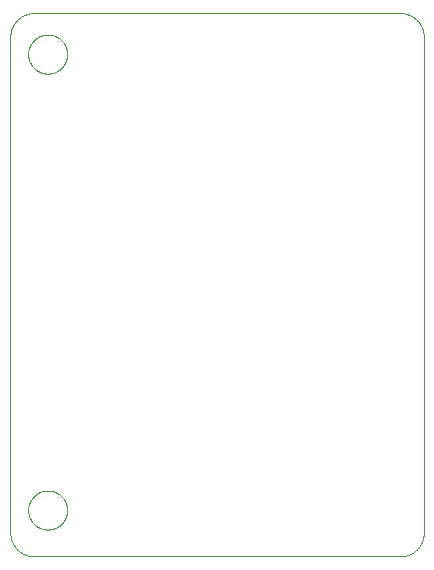
<source format=gbp>
G75*
%MOIN*%
%OFA0B0*%
%FSLAX25Y25*%
%IPPOS*%
%LPD*%
%AMOC8*
5,1,8,0,0,1.08239X$1,22.5*
%
%ADD10C,0.00000*%
D10*
X0001500Y0009374D02*
X0001500Y0174728D01*
X0001502Y0174918D01*
X0001509Y0175108D01*
X0001521Y0175298D01*
X0001537Y0175488D01*
X0001557Y0175677D01*
X0001583Y0175866D01*
X0001612Y0176054D01*
X0001647Y0176241D01*
X0001686Y0176427D01*
X0001729Y0176612D01*
X0001777Y0176797D01*
X0001829Y0176980D01*
X0001885Y0177161D01*
X0001946Y0177341D01*
X0002012Y0177520D01*
X0002081Y0177697D01*
X0002155Y0177873D01*
X0002233Y0178046D01*
X0002316Y0178218D01*
X0002402Y0178387D01*
X0002492Y0178555D01*
X0002587Y0178720D01*
X0002685Y0178883D01*
X0002788Y0179043D01*
X0002894Y0179201D01*
X0003004Y0179356D01*
X0003117Y0179509D01*
X0003235Y0179659D01*
X0003356Y0179805D01*
X0003480Y0179949D01*
X0003608Y0180090D01*
X0003739Y0180228D01*
X0003874Y0180363D01*
X0004012Y0180494D01*
X0004153Y0180622D01*
X0004297Y0180746D01*
X0004443Y0180867D01*
X0004593Y0180985D01*
X0004746Y0181098D01*
X0004901Y0181208D01*
X0005059Y0181314D01*
X0005219Y0181417D01*
X0005382Y0181515D01*
X0005547Y0181610D01*
X0005715Y0181700D01*
X0005884Y0181786D01*
X0006056Y0181869D01*
X0006229Y0181947D01*
X0006405Y0182021D01*
X0006582Y0182090D01*
X0006761Y0182156D01*
X0006941Y0182217D01*
X0007122Y0182273D01*
X0007305Y0182325D01*
X0007490Y0182373D01*
X0007675Y0182416D01*
X0007861Y0182455D01*
X0008048Y0182490D01*
X0008236Y0182519D01*
X0008425Y0182545D01*
X0008614Y0182565D01*
X0008804Y0182581D01*
X0008994Y0182593D01*
X0009184Y0182600D01*
X0009374Y0182602D01*
X0131421Y0182602D01*
X0131611Y0182600D01*
X0131801Y0182593D01*
X0131991Y0182581D01*
X0132181Y0182565D01*
X0132370Y0182545D01*
X0132559Y0182519D01*
X0132747Y0182490D01*
X0132934Y0182455D01*
X0133120Y0182416D01*
X0133305Y0182373D01*
X0133490Y0182325D01*
X0133673Y0182273D01*
X0133854Y0182217D01*
X0134034Y0182156D01*
X0134213Y0182090D01*
X0134390Y0182021D01*
X0134566Y0181947D01*
X0134739Y0181869D01*
X0134911Y0181786D01*
X0135080Y0181700D01*
X0135248Y0181610D01*
X0135413Y0181515D01*
X0135576Y0181417D01*
X0135736Y0181314D01*
X0135894Y0181208D01*
X0136049Y0181098D01*
X0136202Y0180985D01*
X0136352Y0180867D01*
X0136498Y0180746D01*
X0136642Y0180622D01*
X0136783Y0180494D01*
X0136921Y0180363D01*
X0137056Y0180228D01*
X0137187Y0180090D01*
X0137315Y0179949D01*
X0137439Y0179805D01*
X0137560Y0179659D01*
X0137678Y0179509D01*
X0137791Y0179356D01*
X0137901Y0179201D01*
X0138007Y0179043D01*
X0138110Y0178883D01*
X0138208Y0178720D01*
X0138303Y0178555D01*
X0138393Y0178387D01*
X0138479Y0178218D01*
X0138562Y0178046D01*
X0138640Y0177873D01*
X0138714Y0177697D01*
X0138783Y0177520D01*
X0138849Y0177341D01*
X0138910Y0177161D01*
X0138966Y0176980D01*
X0139018Y0176797D01*
X0139066Y0176612D01*
X0139109Y0176427D01*
X0139148Y0176241D01*
X0139183Y0176054D01*
X0139212Y0175866D01*
X0139238Y0175677D01*
X0139258Y0175488D01*
X0139274Y0175298D01*
X0139286Y0175108D01*
X0139293Y0174918D01*
X0139295Y0174728D01*
X0139295Y0009374D01*
X0139293Y0009184D01*
X0139286Y0008994D01*
X0139274Y0008804D01*
X0139258Y0008614D01*
X0139238Y0008425D01*
X0139212Y0008236D01*
X0139183Y0008048D01*
X0139148Y0007861D01*
X0139109Y0007675D01*
X0139066Y0007490D01*
X0139018Y0007305D01*
X0138966Y0007122D01*
X0138910Y0006941D01*
X0138849Y0006761D01*
X0138783Y0006582D01*
X0138714Y0006405D01*
X0138640Y0006229D01*
X0138562Y0006056D01*
X0138479Y0005884D01*
X0138393Y0005715D01*
X0138303Y0005547D01*
X0138208Y0005382D01*
X0138110Y0005219D01*
X0138007Y0005059D01*
X0137901Y0004901D01*
X0137791Y0004746D01*
X0137678Y0004593D01*
X0137560Y0004443D01*
X0137439Y0004297D01*
X0137315Y0004153D01*
X0137187Y0004012D01*
X0137056Y0003874D01*
X0136921Y0003739D01*
X0136783Y0003608D01*
X0136642Y0003480D01*
X0136498Y0003356D01*
X0136352Y0003235D01*
X0136202Y0003117D01*
X0136049Y0003004D01*
X0135894Y0002894D01*
X0135736Y0002788D01*
X0135576Y0002685D01*
X0135413Y0002587D01*
X0135248Y0002492D01*
X0135080Y0002402D01*
X0134911Y0002316D01*
X0134739Y0002233D01*
X0134566Y0002155D01*
X0134390Y0002081D01*
X0134213Y0002012D01*
X0134034Y0001946D01*
X0133854Y0001885D01*
X0133673Y0001829D01*
X0133490Y0001777D01*
X0133305Y0001729D01*
X0133120Y0001686D01*
X0132934Y0001647D01*
X0132747Y0001612D01*
X0132559Y0001583D01*
X0132370Y0001557D01*
X0132181Y0001537D01*
X0131991Y0001521D01*
X0131801Y0001509D01*
X0131611Y0001502D01*
X0131421Y0001500D01*
X0009374Y0001500D01*
X0009184Y0001502D01*
X0008994Y0001509D01*
X0008804Y0001521D01*
X0008614Y0001537D01*
X0008425Y0001557D01*
X0008236Y0001583D01*
X0008048Y0001612D01*
X0007861Y0001647D01*
X0007675Y0001686D01*
X0007490Y0001729D01*
X0007305Y0001777D01*
X0007122Y0001829D01*
X0006941Y0001885D01*
X0006761Y0001946D01*
X0006582Y0002012D01*
X0006405Y0002081D01*
X0006229Y0002155D01*
X0006056Y0002233D01*
X0005884Y0002316D01*
X0005715Y0002402D01*
X0005547Y0002492D01*
X0005382Y0002587D01*
X0005219Y0002685D01*
X0005059Y0002788D01*
X0004901Y0002894D01*
X0004746Y0003004D01*
X0004593Y0003117D01*
X0004443Y0003235D01*
X0004297Y0003356D01*
X0004153Y0003480D01*
X0004012Y0003608D01*
X0003874Y0003739D01*
X0003739Y0003874D01*
X0003608Y0004012D01*
X0003480Y0004153D01*
X0003356Y0004297D01*
X0003235Y0004443D01*
X0003117Y0004593D01*
X0003004Y0004746D01*
X0002894Y0004901D01*
X0002788Y0005059D01*
X0002685Y0005219D01*
X0002587Y0005382D01*
X0002492Y0005547D01*
X0002402Y0005715D01*
X0002316Y0005884D01*
X0002233Y0006056D01*
X0002155Y0006229D01*
X0002081Y0006405D01*
X0002012Y0006582D01*
X0001946Y0006761D01*
X0001885Y0006941D01*
X0001829Y0007122D01*
X0001777Y0007305D01*
X0001729Y0007490D01*
X0001686Y0007675D01*
X0001647Y0007861D01*
X0001612Y0008048D01*
X0001583Y0008236D01*
X0001557Y0008425D01*
X0001537Y0008614D01*
X0001521Y0008804D01*
X0001509Y0008994D01*
X0001502Y0009184D01*
X0001500Y0009374D01*
X0007441Y0016953D02*
X0007443Y0017114D01*
X0007449Y0017274D01*
X0007459Y0017435D01*
X0007473Y0017595D01*
X0007491Y0017755D01*
X0007512Y0017914D01*
X0007538Y0018073D01*
X0007568Y0018231D01*
X0007601Y0018388D01*
X0007639Y0018545D01*
X0007680Y0018700D01*
X0007725Y0018854D01*
X0007774Y0019007D01*
X0007827Y0019159D01*
X0007883Y0019310D01*
X0007944Y0019459D01*
X0008007Y0019607D01*
X0008075Y0019753D01*
X0008146Y0019897D01*
X0008220Y0020039D01*
X0008298Y0020180D01*
X0008380Y0020318D01*
X0008465Y0020455D01*
X0008553Y0020589D01*
X0008645Y0020721D01*
X0008740Y0020851D01*
X0008838Y0020979D01*
X0008939Y0021104D01*
X0009043Y0021226D01*
X0009150Y0021346D01*
X0009260Y0021463D01*
X0009373Y0021578D01*
X0009489Y0021689D01*
X0009608Y0021798D01*
X0009729Y0021903D01*
X0009853Y0022006D01*
X0009979Y0022106D01*
X0010107Y0022202D01*
X0010238Y0022295D01*
X0010372Y0022385D01*
X0010507Y0022472D01*
X0010645Y0022555D01*
X0010784Y0022635D01*
X0010926Y0022711D01*
X0011069Y0022784D01*
X0011214Y0022853D01*
X0011361Y0022919D01*
X0011509Y0022981D01*
X0011659Y0023039D01*
X0011810Y0023094D01*
X0011963Y0023145D01*
X0012117Y0023192D01*
X0012272Y0023235D01*
X0012428Y0023274D01*
X0012584Y0023310D01*
X0012742Y0023341D01*
X0012900Y0023369D01*
X0013059Y0023393D01*
X0013219Y0023413D01*
X0013379Y0023429D01*
X0013539Y0023441D01*
X0013700Y0023449D01*
X0013861Y0023453D01*
X0014021Y0023453D01*
X0014182Y0023449D01*
X0014343Y0023441D01*
X0014503Y0023429D01*
X0014663Y0023413D01*
X0014823Y0023393D01*
X0014982Y0023369D01*
X0015140Y0023341D01*
X0015298Y0023310D01*
X0015454Y0023274D01*
X0015610Y0023235D01*
X0015765Y0023192D01*
X0015919Y0023145D01*
X0016072Y0023094D01*
X0016223Y0023039D01*
X0016373Y0022981D01*
X0016521Y0022919D01*
X0016668Y0022853D01*
X0016813Y0022784D01*
X0016956Y0022711D01*
X0017098Y0022635D01*
X0017237Y0022555D01*
X0017375Y0022472D01*
X0017510Y0022385D01*
X0017644Y0022295D01*
X0017775Y0022202D01*
X0017903Y0022106D01*
X0018029Y0022006D01*
X0018153Y0021903D01*
X0018274Y0021798D01*
X0018393Y0021689D01*
X0018509Y0021578D01*
X0018622Y0021463D01*
X0018732Y0021346D01*
X0018839Y0021226D01*
X0018943Y0021104D01*
X0019044Y0020979D01*
X0019142Y0020851D01*
X0019237Y0020721D01*
X0019329Y0020589D01*
X0019417Y0020455D01*
X0019502Y0020318D01*
X0019584Y0020180D01*
X0019662Y0020039D01*
X0019736Y0019897D01*
X0019807Y0019753D01*
X0019875Y0019607D01*
X0019938Y0019459D01*
X0019999Y0019310D01*
X0020055Y0019159D01*
X0020108Y0019007D01*
X0020157Y0018854D01*
X0020202Y0018700D01*
X0020243Y0018545D01*
X0020281Y0018388D01*
X0020314Y0018231D01*
X0020344Y0018073D01*
X0020370Y0017914D01*
X0020391Y0017755D01*
X0020409Y0017595D01*
X0020423Y0017435D01*
X0020433Y0017274D01*
X0020439Y0017114D01*
X0020441Y0016953D01*
X0020439Y0016792D01*
X0020433Y0016632D01*
X0020423Y0016471D01*
X0020409Y0016311D01*
X0020391Y0016151D01*
X0020370Y0015992D01*
X0020344Y0015833D01*
X0020314Y0015675D01*
X0020281Y0015518D01*
X0020243Y0015361D01*
X0020202Y0015206D01*
X0020157Y0015052D01*
X0020108Y0014899D01*
X0020055Y0014747D01*
X0019999Y0014596D01*
X0019938Y0014447D01*
X0019875Y0014299D01*
X0019807Y0014153D01*
X0019736Y0014009D01*
X0019662Y0013867D01*
X0019584Y0013726D01*
X0019502Y0013588D01*
X0019417Y0013451D01*
X0019329Y0013317D01*
X0019237Y0013185D01*
X0019142Y0013055D01*
X0019044Y0012927D01*
X0018943Y0012802D01*
X0018839Y0012680D01*
X0018732Y0012560D01*
X0018622Y0012443D01*
X0018509Y0012328D01*
X0018393Y0012217D01*
X0018274Y0012108D01*
X0018153Y0012003D01*
X0018029Y0011900D01*
X0017903Y0011800D01*
X0017775Y0011704D01*
X0017644Y0011611D01*
X0017510Y0011521D01*
X0017375Y0011434D01*
X0017237Y0011351D01*
X0017098Y0011271D01*
X0016956Y0011195D01*
X0016813Y0011122D01*
X0016668Y0011053D01*
X0016521Y0010987D01*
X0016373Y0010925D01*
X0016223Y0010867D01*
X0016072Y0010812D01*
X0015919Y0010761D01*
X0015765Y0010714D01*
X0015610Y0010671D01*
X0015454Y0010632D01*
X0015298Y0010596D01*
X0015140Y0010565D01*
X0014982Y0010537D01*
X0014823Y0010513D01*
X0014663Y0010493D01*
X0014503Y0010477D01*
X0014343Y0010465D01*
X0014182Y0010457D01*
X0014021Y0010453D01*
X0013861Y0010453D01*
X0013700Y0010457D01*
X0013539Y0010465D01*
X0013379Y0010477D01*
X0013219Y0010493D01*
X0013059Y0010513D01*
X0012900Y0010537D01*
X0012742Y0010565D01*
X0012584Y0010596D01*
X0012428Y0010632D01*
X0012272Y0010671D01*
X0012117Y0010714D01*
X0011963Y0010761D01*
X0011810Y0010812D01*
X0011659Y0010867D01*
X0011509Y0010925D01*
X0011361Y0010987D01*
X0011214Y0011053D01*
X0011069Y0011122D01*
X0010926Y0011195D01*
X0010784Y0011271D01*
X0010645Y0011351D01*
X0010507Y0011434D01*
X0010372Y0011521D01*
X0010238Y0011611D01*
X0010107Y0011704D01*
X0009979Y0011800D01*
X0009853Y0011900D01*
X0009729Y0012003D01*
X0009608Y0012108D01*
X0009489Y0012217D01*
X0009373Y0012328D01*
X0009260Y0012443D01*
X0009150Y0012560D01*
X0009043Y0012680D01*
X0008939Y0012802D01*
X0008838Y0012927D01*
X0008740Y0013055D01*
X0008645Y0013185D01*
X0008553Y0013317D01*
X0008465Y0013451D01*
X0008380Y0013588D01*
X0008298Y0013726D01*
X0008220Y0013867D01*
X0008146Y0014009D01*
X0008075Y0014153D01*
X0008007Y0014299D01*
X0007944Y0014447D01*
X0007883Y0014596D01*
X0007827Y0014747D01*
X0007774Y0014899D01*
X0007725Y0015052D01*
X0007680Y0015206D01*
X0007639Y0015361D01*
X0007601Y0015518D01*
X0007568Y0015675D01*
X0007538Y0015833D01*
X0007512Y0015992D01*
X0007491Y0016151D01*
X0007473Y0016311D01*
X0007459Y0016471D01*
X0007449Y0016632D01*
X0007443Y0016792D01*
X0007441Y0016953D01*
X0007441Y0168921D02*
X0007443Y0169082D01*
X0007449Y0169242D01*
X0007459Y0169403D01*
X0007473Y0169563D01*
X0007491Y0169723D01*
X0007512Y0169882D01*
X0007538Y0170041D01*
X0007568Y0170199D01*
X0007601Y0170356D01*
X0007639Y0170513D01*
X0007680Y0170668D01*
X0007725Y0170822D01*
X0007774Y0170975D01*
X0007827Y0171127D01*
X0007883Y0171278D01*
X0007944Y0171427D01*
X0008007Y0171575D01*
X0008075Y0171721D01*
X0008146Y0171865D01*
X0008220Y0172007D01*
X0008298Y0172148D01*
X0008380Y0172286D01*
X0008465Y0172423D01*
X0008553Y0172557D01*
X0008645Y0172689D01*
X0008740Y0172819D01*
X0008838Y0172947D01*
X0008939Y0173072D01*
X0009043Y0173194D01*
X0009150Y0173314D01*
X0009260Y0173431D01*
X0009373Y0173546D01*
X0009489Y0173657D01*
X0009608Y0173766D01*
X0009729Y0173871D01*
X0009853Y0173974D01*
X0009979Y0174074D01*
X0010107Y0174170D01*
X0010238Y0174263D01*
X0010372Y0174353D01*
X0010507Y0174440D01*
X0010645Y0174523D01*
X0010784Y0174603D01*
X0010926Y0174679D01*
X0011069Y0174752D01*
X0011214Y0174821D01*
X0011361Y0174887D01*
X0011509Y0174949D01*
X0011659Y0175007D01*
X0011810Y0175062D01*
X0011963Y0175113D01*
X0012117Y0175160D01*
X0012272Y0175203D01*
X0012428Y0175242D01*
X0012584Y0175278D01*
X0012742Y0175309D01*
X0012900Y0175337D01*
X0013059Y0175361D01*
X0013219Y0175381D01*
X0013379Y0175397D01*
X0013539Y0175409D01*
X0013700Y0175417D01*
X0013861Y0175421D01*
X0014021Y0175421D01*
X0014182Y0175417D01*
X0014343Y0175409D01*
X0014503Y0175397D01*
X0014663Y0175381D01*
X0014823Y0175361D01*
X0014982Y0175337D01*
X0015140Y0175309D01*
X0015298Y0175278D01*
X0015454Y0175242D01*
X0015610Y0175203D01*
X0015765Y0175160D01*
X0015919Y0175113D01*
X0016072Y0175062D01*
X0016223Y0175007D01*
X0016373Y0174949D01*
X0016521Y0174887D01*
X0016668Y0174821D01*
X0016813Y0174752D01*
X0016956Y0174679D01*
X0017098Y0174603D01*
X0017237Y0174523D01*
X0017375Y0174440D01*
X0017510Y0174353D01*
X0017644Y0174263D01*
X0017775Y0174170D01*
X0017903Y0174074D01*
X0018029Y0173974D01*
X0018153Y0173871D01*
X0018274Y0173766D01*
X0018393Y0173657D01*
X0018509Y0173546D01*
X0018622Y0173431D01*
X0018732Y0173314D01*
X0018839Y0173194D01*
X0018943Y0173072D01*
X0019044Y0172947D01*
X0019142Y0172819D01*
X0019237Y0172689D01*
X0019329Y0172557D01*
X0019417Y0172423D01*
X0019502Y0172286D01*
X0019584Y0172148D01*
X0019662Y0172007D01*
X0019736Y0171865D01*
X0019807Y0171721D01*
X0019875Y0171575D01*
X0019938Y0171427D01*
X0019999Y0171278D01*
X0020055Y0171127D01*
X0020108Y0170975D01*
X0020157Y0170822D01*
X0020202Y0170668D01*
X0020243Y0170513D01*
X0020281Y0170356D01*
X0020314Y0170199D01*
X0020344Y0170041D01*
X0020370Y0169882D01*
X0020391Y0169723D01*
X0020409Y0169563D01*
X0020423Y0169403D01*
X0020433Y0169242D01*
X0020439Y0169082D01*
X0020441Y0168921D01*
X0020439Y0168760D01*
X0020433Y0168600D01*
X0020423Y0168439D01*
X0020409Y0168279D01*
X0020391Y0168119D01*
X0020370Y0167960D01*
X0020344Y0167801D01*
X0020314Y0167643D01*
X0020281Y0167486D01*
X0020243Y0167329D01*
X0020202Y0167174D01*
X0020157Y0167020D01*
X0020108Y0166867D01*
X0020055Y0166715D01*
X0019999Y0166564D01*
X0019938Y0166415D01*
X0019875Y0166267D01*
X0019807Y0166121D01*
X0019736Y0165977D01*
X0019662Y0165835D01*
X0019584Y0165694D01*
X0019502Y0165556D01*
X0019417Y0165419D01*
X0019329Y0165285D01*
X0019237Y0165153D01*
X0019142Y0165023D01*
X0019044Y0164895D01*
X0018943Y0164770D01*
X0018839Y0164648D01*
X0018732Y0164528D01*
X0018622Y0164411D01*
X0018509Y0164296D01*
X0018393Y0164185D01*
X0018274Y0164076D01*
X0018153Y0163971D01*
X0018029Y0163868D01*
X0017903Y0163768D01*
X0017775Y0163672D01*
X0017644Y0163579D01*
X0017510Y0163489D01*
X0017375Y0163402D01*
X0017237Y0163319D01*
X0017098Y0163239D01*
X0016956Y0163163D01*
X0016813Y0163090D01*
X0016668Y0163021D01*
X0016521Y0162955D01*
X0016373Y0162893D01*
X0016223Y0162835D01*
X0016072Y0162780D01*
X0015919Y0162729D01*
X0015765Y0162682D01*
X0015610Y0162639D01*
X0015454Y0162600D01*
X0015298Y0162564D01*
X0015140Y0162533D01*
X0014982Y0162505D01*
X0014823Y0162481D01*
X0014663Y0162461D01*
X0014503Y0162445D01*
X0014343Y0162433D01*
X0014182Y0162425D01*
X0014021Y0162421D01*
X0013861Y0162421D01*
X0013700Y0162425D01*
X0013539Y0162433D01*
X0013379Y0162445D01*
X0013219Y0162461D01*
X0013059Y0162481D01*
X0012900Y0162505D01*
X0012742Y0162533D01*
X0012584Y0162564D01*
X0012428Y0162600D01*
X0012272Y0162639D01*
X0012117Y0162682D01*
X0011963Y0162729D01*
X0011810Y0162780D01*
X0011659Y0162835D01*
X0011509Y0162893D01*
X0011361Y0162955D01*
X0011214Y0163021D01*
X0011069Y0163090D01*
X0010926Y0163163D01*
X0010784Y0163239D01*
X0010645Y0163319D01*
X0010507Y0163402D01*
X0010372Y0163489D01*
X0010238Y0163579D01*
X0010107Y0163672D01*
X0009979Y0163768D01*
X0009853Y0163868D01*
X0009729Y0163971D01*
X0009608Y0164076D01*
X0009489Y0164185D01*
X0009373Y0164296D01*
X0009260Y0164411D01*
X0009150Y0164528D01*
X0009043Y0164648D01*
X0008939Y0164770D01*
X0008838Y0164895D01*
X0008740Y0165023D01*
X0008645Y0165153D01*
X0008553Y0165285D01*
X0008465Y0165419D01*
X0008380Y0165556D01*
X0008298Y0165694D01*
X0008220Y0165835D01*
X0008146Y0165977D01*
X0008075Y0166121D01*
X0008007Y0166267D01*
X0007944Y0166415D01*
X0007883Y0166564D01*
X0007827Y0166715D01*
X0007774Y0166867D01*
X0007725Y0167020D01*
X0007680Y0167174D01*
X0007639Y0167329D01*
X0007601Y0167486D01*
X0007568Y0167643D01*
X0007538Y0167801D01*
X0007512Y0167960D01*
X0007491Y0168119D01*
X0007473Y0168279D01*
X0007459Y0168439D01*
X0007449Y0168600D01*
X0007443Y0168760D01*
X0007441Y0168921D01*
M02*

</source>
